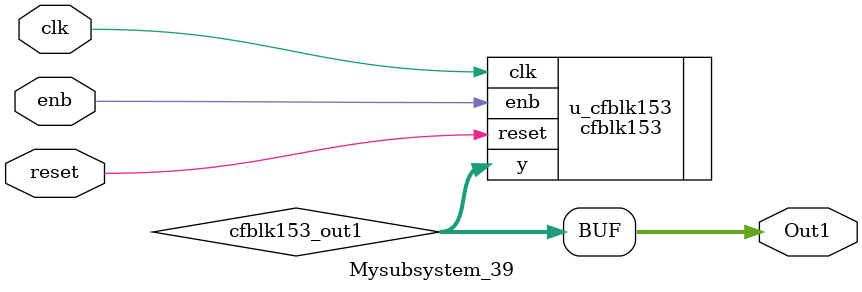
<source format=v>



`timescale 1 ns / 1 ns

module Mysubsystem_39
          (clk,
           reset,
           enb,
           Out1);


  input   clk;
  input   reset;
  input   enb;
  output  [15:0] Out1;  // uint16


  wire [15:0] cfblk153_out1;  // uint16


  cfblk153 u_cfblk153 (.clk(clk),
                       .reset(reset),
                       .enb(enb),
                       .y(cfblk153_out1)  // uint16
                       );

  assign Out1 = cfblk153_out1;

endmodule  // Mysubsystem_39


</source>
